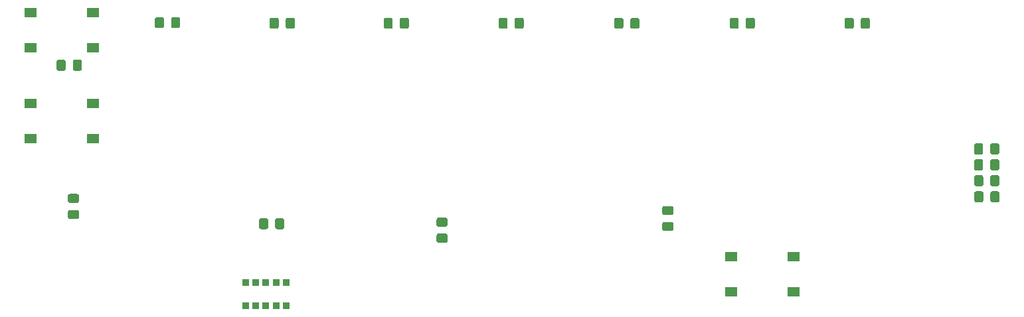
<source format=gbr>
G04 #@! TF.GenerationSoftware,KiCad,Pcbnew,5.1.5+dfsg1-2*
G04 #@! TF.CreationDate,2020-02-18T22:18:07+02:00*
G04 #@! TF.ProjectId,zxkbd,7a786b62-642e-46b6-9963-61645f706362,rev?*
G04 #@! TF.SameCoordinates,Original*
G04 #@! TF.FileFunction,Paste,Bot*
G04 #@! TF.FilePolarity,Positive*
%FSLAX46Y46*%
G04 Gerber Fmt 4.6, Leading zero omitted, Abs format (unit mm)*
G04 Created by KiCad (PCBNEW 5.1.5+dfsg1-2) date 2020-02-18 22:18:07*
%MOMM*%
%LPD*%
G04 APERTURE LIST*
%ADD10C,0.100000*%
%ADD11R,0.900000X0.900000*%
%ADD12R,1.550000X1.300000*%
G04 APERTURE END LIST*
D10*
G36*
X162854505Y-132386204D02*
G01*
X162878773Y-132389804D01*
X162902572Y-132395765D01*
X162925671Y-132404030D01*
X162947850Y-132414520D01*
X162968893Y-132427132D01*
X162988599Y-132441747D01*
X163006777Y-132458223D01*
X163023253Y-132476401D01*
X163037868Y-132496107D01*
X163050480Y-132517150D01*
X163060970Y-132539329D01*
X163069235Y-132562428D01*
X163075196Y-132586227D01*
X163078796Y-132610495D01*
X163080000Y-132634999D01*
X163080000Y-133285001D01*
X163078796Y-133309505D01*
X163075196Y-133333773D01*
X163069235Y-133357572D01*
X163060970Y-133380671D01*
X163050480Y-133402850D01*
X163037868Y-133423893D01*
X163023253Y-133443599D01*
X163006777Y-133461777D01*
X162988599Y-133478253D01*
X162968893Y-133492868D01*
X162947850Y-133505480D01*
X162925671Y-133515970D01*
X162902572Y-133524235D01*
X162878773Y-133530196D01*
X162854505Y-133533796D01*
X162830001Y-133535000D01*
X161929999Y-133535000D01*
X161905495Y-133533796D01*
X161881227Y-133530196D01*
X161857428Y-133524235D01*
X161834329Y-133515970D01*
X161812150Y-133505480D01*
X161791107Y-133492868D01*
X161771401Y-133478253D01*
X161753223Y-133461777D01*
X161736747Y-133443599D01*
X161722132Y-133423893D01*
X161709520Y-133402850D01*
X161699030Y-133380671D01*
X161690765Y-133357572D01*
X161684804Y-133333773D01*
X161681204Y-133309505D01*
X161680000Y-133285001D01*
X161680000Y-132634999D01*
X161681204Y-132610495D01*
X161684804Y-132586227D01*
X161690765Y-132562428D01*
X161699030Y-132539329D01*
X161709520Y-132517150D01*
X161722132Y-132496107D01*
X161736747Y-132476401D01*
X161753223Y-132458223D01*
X161771401Y-132441747D01*
X161791107Y-132427132D01*
X161812150Y-132414520D01*
X161834329Y-132404030D01*
X161857428Y-132395765D01*
X161881227Y-132389804D01*
X161905495Y-132386204D01*
X161929999Y-132385000D01*
X162830001Y-132385000D01*
X162854505Y-132386204D01*
G37*
G36*
X162854505Y-130336204D02*
G01*
X162878773Y-130339804D01*
X162902572Y-130345765D01*
X162925671Y-130354030D01*
X162947850Y-130364520D01*
X162968893Y-130377132D01*
X162988599Y-130391747D01*
X163006777Y-130408223D01*
X163023253Y-130426401D01*
X163037868Y-130446107D01*
X163050480Y-130467150D01*
X163060970Y-130489329D01*
X163069235Y-130512428D01*
X163075196Y-130536227D01*
X163078796Y-130560495D01*
X163080000Y-130584999D01*
X163080000Y-131235001D01*
X163078796Y-131259505D01*
X163075196Y-131283773D01*
X163069235Y-131307572D01*
X163060970Y-131330671D01*
X163050480Y-131352850D01*
X163037868Y-131373893D01*
X163023253Y-131393599D01*
X163006777Y-131411777D01*
X162988599Y-131428253D01*
X162968893Y-131442868D01*
X162947850Y-131455480D01*
X162925671Y-131465970D01*
X162902572Y-131474235D01*
X162878773Y-131480196D01*
X162854505Y-131483796D01*
X162830001Y-131485000D01*
X161929999Y-131485000D01*
X161905495Y-131483796D01*
X161881227Y-131480196D01*
X161857428Y-131474235D01*
X161834329Y-131465970D01*
X161812150Y-131455480D01*
X161791107Y-131442868D01*
X161771401Y-131428253D01*
X161753223Y-131411777D01*
X161736747Y-131393599D01*
X161722132Y-131373893D01*
X161709520Y-131352850D01*
X161699030Y-131330671D01*
X161690765Y-131307572D01*
X161684804Y-131283773D01*
X161681204Y-131259505D01*
X161680000Y-131235001D01*
X161680000Y-130584999D01*
X161681204Y-130560495D01*
X161684804Y-130536227D01*
X161690765Y-130512428D01*
X161699030Y-130489329D01*
X161709520Y-130467150D01*
X161722132Y-130446107D01*
X161736747Y-130426401D01*
X161753223Y-130408223D01*
X161771401Y-130391747D01*
X161791107Y-130377132D01*
X161812150Y-130364520D01*
X161834329Y-130354030D01*
X161857428Y-130345765D01*
X161881227Y-130339804D01*
X161905495Y-130336204D01*
X161929999Y-130335000D01*
X162830001Y-130335000D01*
X162854505Y-130336204D01*
G37*
G36*
X87439505Y-111671204D02*
G01*
X87463773Y-111674804D01*
X87487572Y-111680765D01*
X87510671Y-111689030D01*
X87532850Y-111699520D01*
X87553893Y-111712132D01*
X87573599Y-111726747D01*
X87591777Y-111743223D01*
X87608253Y-111761401D01*
X87622868Y-111781107D01*
X87635480Y-111802150D01*
X87645970Y-111824329D01*
X87654235Y-111847428D01*
X87660196Y-111871227D01*
X87663796Y-111895495D01*
X87665000Y-111919999D01*
X87665000Y-112820001D01*
X87663796Y-112844505D01*
X87660196Y-112868773D01*
X87654235Y-112892572D01*
X87645970Y-112915671D01*
X87635480Y-112937850D01*
X87622868Y-112958893D01*
X87608253Y-112978599D01*
X87591777Y-112996777D01*
X87573599Y-113013253D01*
X87553893Y-113027868D01*
X87532850Y-113040480D01*
X87510671Y-113050970D01*
X87487572Y-113059235D01*
X87463773Y-113065196D01*
X87439505Y-113068796D01*
X87415001Y-113070000D01*
X86764999Y-113070000D01*
X86740495Y-113068796D01*
X86716227Y-113065196D01*
X86692428Y-113059235D01*
X86669329Y-113050970D01*
X86647150Y-113040480D01*
X86626107Y-113027868D01*
X86606401Y-113013253D01*
X86588223Y-112996777D01*
X86571747Y-112978599D01*
X86557132Y-112958893D01*
X86544520Y-112937850D01*
X86534030Y-112915671D01*
X86525765Y-112892572D01*
X86519804Y-112868773D01*
X86516204Y-112844505D01*
X86515000Y-112820001D01*
X86515000Y-111919999D01*
X86516204Y-111895495D01*
X86519804Y-111871227D01*
X86525765Y-111847428D01*
X86534030Y-111824329D01*
X86544520Y-111802150D01*
X86557132Y-111781107D01*
X86571747Y-111761401D01*
X86588223Y-111743223D01*
X86606401Y-111726747D01*
X86626107Y-111712132D01*
X86647150Y-111699520D01*
X86669329Y-111689030D01*
X86692428Y-111680765D01*
X86716227Y-111674804D01*
X86740495Y-111671204D01*
X86764999Y-111670000D01*
X87415001Y-111670000D01*
X87439505Y-111671204D01*
G37*
G36*
X85389505Y-111671204D02*
G01*
X85413773Y-111674804D01*
X85437572Y-111680765D01*
X85460671Y-111689030D01*
X85482850Y-111699520D01*
X85503893Y-111712132D01*
X85523599Y-111726747D01*
X85541777Y-111743223D01*
X85558253Y-111761401D01*
X85572868Y-111781107D01*
X85585480Y-111802150D01*
X85595970Y-111824329D01*
X85604235Y-111847428D01*
X85610196Y-111871227D01*
X85613796Y-111895495D01*
X85615000Y-111919999D01*
X85615000Y-112820001D01*
X85613796Y-112844505D01*
X85610196Y-112868773D01*
X85604235Y-112892572D01*
X85595970Y-112915671D01*
X85585480Y-112937850D01*
X85572868Y-112958893D01*
X85558253Y-112978599D01*
X85541777Y-112996777D01*
X85523599Y-113013253D01*
X85503893Y-113027868D01*
X85482850Y-113040480D01*
X85460671Y-113050970D01*
X85437572Y-113059235D01*
X85413773Y-113065196D01*
X85389505Y-113068796D01*
X85365001Y-113070000D01*
X84714999Y-113070000D01*
X84690495Y-113068796D01*
X84666227Y-113065196D01*
X84642428Y-113059235D01*
X84619329Y-113050970D01*
X84597150Y-113040480D01*
X84576107Y-113027868D01*
X84556401Y-113013253D01*
X84538223Y-112996777D01*
X84521747Y-112978599D01*
X84507132Y-112958893D01*
X84494520Y-112937850D01*
X84484030Y-112915671D01*
X84475765Y-112892572D01*
X84469804Y-112868773D01*
X84466204Y-112844505D01*
X84465000Y-112820001D01*
X84465000Y-111919999D01*
X84466204Y-111895495D01*
X84469804Y-111871227D01*
X84475765Y-111847428D01*
X84484030Y-111824329D01*
X84494520Y-111802150D01*
X84507132Y-111781107D01*
X84521747Y-111761401D01*
X84538223Y-111743223D01*
X84556401Y-111726747D01*
X84576107Y-111712132D01*
X84597150Y-111699520D01*
X84619329Y-111689030D01*
X84642428Y-111680765D01*
X84666227Y-111674804D01*
X84690495Y-111671204D01*
X84714999Y-111670000D01*
X85365001Y-111670000D01*
X85389505Y-111671204D01*
G37*
G36*
X97919505Y-106241204D02*
G01*
X97943773Y-106244804D01*
X97967572Y-106250765D01*
X97990671Y-106259030D01*
X98012850Y-106269520D01*
X98033893Y-106282132D01*
X98053599Y-106296747D01*
X98071777Y-106313223D01*
X98088253Y-106331401D01*
X98102868Y-106351107D01*
X98115480Y-106372150D01*
X98125970Y-106394329D01*
X98134235Y-106417428D01*
X98140196Y-106441227D01*
X98143796Y-106465495D01*
X98145000Y-106489999D01*
X98145000Y-107390001D01*
X98143796Y-107414505D01*
X98140196Y-107438773D01*
X98134235Y-107462572D01*
X98125970Y-107485671D01*
X98115480Y-107507850D01*
X98102868Y-107528893D01*
X98088253Y-107548599D01*
X98071777Y-107566777D01*
X98053599Y-107583253D01*
X98033893Y-107597868D01*
X98012850Y-107610480D01*
X97990671Y-107620970D01*
X97967572Y-107629235D01*
X97943773Y-107635196D01*
X97919505Y-107638796D01*
X97895001Y-107640000D01*
X97244999Y-107640000D01*
X97220495Y-107638796D01*
X97196227Y-107635196D01*
X97172428Y-107629235D01*
X97149329Y-107620970D01*
X97127150Y-107610480D01*
X97106107Y-107597868D01*
X97086401Y-107583253D01*
X97068223Y-107566777D01*
X97051747Y-107548599D01*
X97037132Y-107528893D01*
X97024520Y-107507850D01*
X97014030Y-107485671D01*
X97005765Y-107462572D01*
X96999804Y-107438773D01*
X96996204Y-107414505D01*
X96995000Y-107390001D01*
X96995000Y-106489999D01*
X96996204Y-106465495D01*
X96999804Y-106441227D01*
X97005765Y-106417428D01*
X97014030Y-106394329D01*
X97024520Y-106372150D01*
X97037132Y-106351107D01*
X97051747Y-106331401D01*
X97068223Y-106313223D01*
X97086401Y-106296747D01*
X97106107Y-106282132D01*
X97127150Y-106269520D01*
X97149329Y-106259030D01*
X97172428Y-106250765D01*
X97196227Y-106244804D01*
X97220495Y-106241204D01*
X97244999Y-106240000D01*
X97895001Y-106240000D01*
X97919505Y-106241204D01*
G37*
G36*
X99969505Y-106241204D02*
G01*
X99993773Y-106244804D01*
X100017572Y-106250765D01*
X100040671Y-106259030D01*
X100062850Y-106269520D01*
X100083893Y-106282132D01*
X100103599Y-106296747D01*
X100121777Y-106313223D01*
X100138253Y-106331401D01*
X100152868Y-106351107D01*
X100165480Y-106372150D01*
X100175970Y-106394329D01*
X100184235Y-106417428D01*
X100190196Y-106441227D01*
X100193796Y-106465495D01*
X100195000Y-106489999D01*
X100195000Y-107390001D01*
X100193796Y-107414505D01*
X100190196Y-107438773D01*
X100184235Y-107462572D01*
X100175970Y-107485671D01*
X100165480Y-107507850D01*
X100152868Y-107528893D01*
X100138253Y-107548599D01*
X100121777Y-107566777D01*
X100103599Y-107583253D01*
X100083893Y-107597868D01*
X100062850Y-107610480D01*
X100040671Y-107620970D01*
X100017572Y-107629235D01*
X99993773Y-107635196D01*
X99969505Y-107638796D01*
X99945001Y-107640000D01*
X99294999Y-107640000D01*
X99270495Y-107638796D01*
X99246227Y-107635196D01*
X99222428Y-107629235D01*
X99199329Y-107620970D01*
X99177150Y-107610480D01*
X99156107Y-107597868D01*
X99136401Y-107583253D01*
X99118223Y-107566777D01*
X99101747Y-107548599D01*
X99087132Y-107528893D01*
X99074520Y-107507850D01*
X99064030Y-107485671D01*
X99055765Y-107462572D01*
X99049804Y-107438773D01*
X99046204Y-107414505D01*
X99045000Y-107390001D01*
X99045000Y-106489999D01*
X99046204Y-106465495D01*
X99049804Y-106441227D01*
X99055765Y-106417428D01*
X99064030Y-106394329D01*
X99074520Y-106372150D01*
X99087132Y-106351107D01*
X99101747Y-106331401D01*
X99118223Y-106313223D01*
X99136401Y-106296747D01*
X99156107Y-106282132D01*
X99177150Y-106269520D01*
X99199329Y-106259030D01*
X99222428Y-106250765D01*
X99246227Y-106244804D01*
X99270495Y-106241204D01*
X99294999Y-106240000D01*
X99945001Y-106240000D01*
X99969505Y-106241204D01*
G37*
G36*
X114599505Y-106311204D02*
G01*
X114623773Y-106314804D01*
X114647572Y-106320765D01*
X114670671Y-106329030D01*
X114692850Y-106339520D01*
X114713893Y-106352132D01*
X114733599Y-106366747D01*
X114751777Y-106383223D01*
X114768253Y-106401401D01*
X114782868Y-106421107D01*
X114795480Y-106442150D01*
X114805970Y-106464329D01*
X114814235Y-106487428D01*
X114820196Y-106511227D01*
X114823796Y-106535495D01*
X114825000Y-106559999D01*
X114825000Y-107460001D01*
X114823796Y-107484505D01*
X114820196Y-107508773D01*
X114814235Y-107532572D01*
X114805970Y-107555671D01*
X114795480Y-107577850D01*
X114782868Y-107598893D01*
X114768253Y-107618599D01*
X114751777Y-107636777D01*
X114733599Y-107653253D01*
X114713893Y-107667868D01*
X114692850Y-107680480D01*
X114670671Y-107690970D01*
X114647572Y-107699235D01*
X114623773Y-107705196D01*
X114599505Y-107708796D01*
X114575001Y-107710000D01*
X113924999Y-107710000D01*
X113900495Y-107708796D01*
X113876227Y-107705196D01*
X113852428Y-107699235D01*
X113829329Y-107690970D01*
X113807150Y-107680480D01*
X113786107Y-107667868D01*
X113766401Y-107653253D01*
X113748223Y-107636777D01*
X113731747Y-107618599D01*
X113717132Y-107598893D01*
X113704520Y-107577850D01*
X113694030Y-107555671D01*
X113685765Y-107532572D01*
X113679804Y-107508773D01*
X113676204Y-107484505D01*
X113675000Y-107460001D01*
X113675000Y-106559999D01*
X113676204Y-106535495D01*
X113679804Y-106511227D01*
X113685765Y-106487428D01*
X113694030Y-106464329D01*
X113704520Y-106442150D01*
X113717132Y-106421107D01*
X113731747Y-106401401D01*
X113748223Y-106383223D01*
X113766401Y-106366747D01*
X113786107Y-106352132D01*
X113807150Y-106339520D01*
X113829329Y-106329030D01*
X113852428Y-106320765D01*
X113876227Y-106314804D01*
X113900495Y-106311204D01*
X113924999Y-106310000D01*
X114575001Y-106310000D01*
X114599505Y-106311204D01*
G37*
G36*
X112549505Y-106311204D02*
G01*
X112573773Y-106314804D01*
X112597572Y-106320765D01*
X112620671Y-106329030D01*
X112642850Y-106339520D01*
X112663893Y-106352132D01*
X112683599Y-106366747D01*
X112701777Y-106383223D01*
X112718253Y-106401401D01*
X112732868Y-106421107D01*
X112745480Y-106442150D01*
X112755970Y-106464329D01*
X112764235Y-106487428D01*
X112770196Y-106511227D01*
X112773796Y-106535495D01*
X112775000Y-106559999D01*
X112775000Y-107460001D01*
X112773796Y-107484505D01*
X112770196Y-107508773D01*
X112764235Y-107532572D01*
X112755970Y-107555671D01*
X112745480Y-107577850D01*
X112732868Y-107598893D01*
X112718253Y-107618599D01*
X112701777Y-107636777D01*
X112683599Y-107653253D01*
X112663893Y-107667868D01*
X112642850Y-107680480D01*
X112620671Y-107690970D01*
X112597572Y-107699235D01*
X112573773Y-107705196D01*
X112549505Y-107708796D01*
X112525001Y-107710000D01*
X111874999Y-107710000D01*
X111850495Y-107708796D01*
X111826227Y-107705196D01*
X111802428Y-107699235D01*
X111779329Y-107690970D01*
X111757150Y-107680480D01*
X111736107Y-107667868D01*
X111716401Y-107653253D01*
X111698223Y-107636777D01*
X111681747Y-107618599D01*
X111667132Y-107598893D01*
X111654520Y-107577850D01*
X111644030Y-107555671D01*
X111635765Y-107532572D01*
X111629804Y-107508773D01*
X111626204Y-107484505D01*
X111625000Y-107460001D01*
X111625000Y-106559999D01*
X111626204Y-106535495D01*
X111629804Y-106511227D01*
X111635765Y-106487428D01*
X111644030Y-106464329D01*
X111654520Y-106442150D01*
X111667132Y-106421107D01*
X111681747Y-106401401D01*
X111698223Y-106383223D01*
X111716401Y-106366747D01*
X111736107Y-106352132D01*
X111757150Y-106339520D01*
X111779329Y-106329030D01*
X111802428Y-106320765D01*
X111826227Y-106314804D01*
X111850495Y-106311204D01*
X111874999Y-106310000D01*
X112525001Y-106310000D01*
X112549505Y-106311204D01*
G37*
G36*
X127089505Y-106301204D02*
G01*
X127113773Y-106304804D01*
X127137572Y-106310765D01*
X127160671Y-106319030D01*
X127182850Y-106329520D01*
X127203893Y-106342132D01*
X127223599Y-106356747D01*
X127241777Y-106373223D01*
X127258253Y-106391401D01*
X127272868Y-106411107D01*
X127285480Y-106432150D01*
X127295970Y-106454329D01*
X127304235Y-106477428D01*
X127310196Y-106501227D01*
X127313796Y-106525495D01*
X127315000Y-106549999D01*
X127315000Y-107450001D01*
X127313796Y-107474505D01*
X127310196Y-107498773D01*
X127304235Y-107522572D01*
X127295970Y-107545671D01*
X127285480Y-107567850D01*
X127272868Y-107588893D01*
X127258253Y-107608599D01*
X127241777Y-107626777D01*
X127223599Y-107643253D01*
X127203893Y-107657868D01*
X127182850Y-107670480D01*
X127160671Y-107680970D01*
X127137572Y-107689235D01*
X127113773Y-107695196D01*
X127089505Y-107698796D01*
X127065001Y-107700000D01*
X126414999Y-107700000D01*
X126390495Y-107698796D01*
X126366227Y-107695196D01*
X126342428Y-107689235D01*
X126319329Y-107680970D01*
X126297150Y-107670480D01*
X126276107Y-107657868D01*
X126256401Y-107643253D01*
X126238223Y-107626777D01*
X126221747Y-107608599D01*
X126207132Y-107588893D01*
X126194520Y-107567850D01*
X126184030Y-107545671D01*
X126175765Y-107522572D01*
X126169804Y-107498773D01*
X126166204Y-107474505D01*
X126165000Y-107450001D01*
X126165000Y-106549999D01*
X126166204Y-106525495D01*
X126169804Y-106501227D01*
X126175765Y-106477428D01*
X126184030Y-106454329D01*
X126194520Y-106432150D01*
X126207132Y-106411107D01*
X126221747Y-106391401D01*
X126238223Y-106373223D01*
X126256401Y-106356747D01*
X126276107Y-106342132D01*
X126297150Y-106329520D01*
X126319329Y-106319030D01*
X126342428Y-106310765D01*
X126366227Y-106304804D01*
X126390495Y-106301204D01*
X126414999Y-106300000D01*
X127065001Y-106300000D01*
X127089505Y-106301204D01*
G37*
G36*
X129139505Y-106301204D02*
G01*
X129163773Y-106304804D01*
X129187572Y-106310765D01*
X129210671Y-106319030D01*
X129232850Y-106329520D01*
X129253893Y-106342132D01*
X129273599Y-106356747D01*
X129291777Y-106373223D01*
X129308253Y-106391401D01*
X129322868Y-106411107D01*
X129335480Y-106432150D01*
X129345970Y-106454329D01*
X129354235Y-106477428D01*
X129360196Y-106501227D01*
X129363796Y-106525495D01*
X129365000Y-106549999D01*
X129365000Y-107450001D01*
X129363796Y-107474505D01*
X129360196Y-107498773D01*
X129354235Y-107522572D01*
X129345970Y-107545671D01*
X129335480Y-107567850D01*
X129322868Y-107588893D01*
X129308253Y-107608599D01*
X129291777Y-107626777D01*
X129273599Y-107643253D01*
X129253893Y-107657868D01*
X129232850Y-107670480D01*
X129210671Y-107680970D01*
X129187572Y-107689235D01*
X129163773Y-107695196D01*
X129139505Y-107698796D01*
X129115001Y-107700000D01*
X128464999Y-107700000D01*
X128440495Y-107698796D01*
X128416227Y-107695196D01*
X128392428Y-107689235D01*
X128369329Y-107680970D01*
X128347150Y-107670480D01*
X128326107Y-107657868D01*
X128306401Y-107643253D01*
X128288223Y-107626777D01*
X128271747Y-107608599D01*
X128257132Y-107588893D01*
X128244520Y-107567850D01*
X128234030Y-107545671D01*
X128225765Y-107522572D01*
X128219804Y-107498773D01*
X128216204Y-107474505D01*
X128215000Y-107450001D01*
X128215000Y-106549999D01*
X128216204Y-106525495D01*
X128219804Y-106501227D01*
X128225765Y-106477428D01*
X128234030Y-106454329D01*
X128244520Y-106432150D01*
X128257132Y-106411107D01*
X128271747Y-106391401D01*
X128288223Y-106373223D01*
X128306401Y-106356747D01*
X128326107Y-106342132D01*
X128347150Y-106329520D01*
X128369329Y-106319030D01*
X128392428Y-106310765D01*
X128416227Y-106304804D01*
X128440495Y-106301204D01*
X128464999Y-106300000D01*
X129115001Y-106300000D01*
X129139505Y-106301204D01*
G37*
G36*
X141739505Y-106301204D02*
G01*
X141763773Y-106304804D01*
X141787572Y-106310765D01*
X141810671Y-106319030D01*
X141832850Y-106329520D01*
X141853893Y-106342132D01*
X141873599Y-106356747D01*
X141891777Y-106373223D01*
X141908253Y-106391401D01*
X141922868Y-106411107D01*
X141935480Y-106432150D01*
X141945970Y-106454329D01*
X141954235Y-106477428D01*
X141960196Y-106501227D01*
X141963796Y-106525495D01*
X141965000Y-106549999D01*
X141965000Y-107450001D01*
X141963796Y-107474505D01*
X141960196Y-107498773D01*
X141954235Y-107522572D01*
X141945970Y-107545671D01*
X141935480Y-107567850D01*
X141922868Y-107588893D01*
X141908253Y-107608599D01*
X141891777Y-107626777D01*
X141873599Y-107643253D01*
X141853893Y-107657868D01*
X141832850Y-107670480D01*
X141810671Y-107680970D01*
X141787572Y-107689235D01*
X141763773Y-107695196D01*
X141739505Y-107698796D01*
X141715001Y-107700000D01*
X141064999Y-107700000D01*
X141040495Y-107698796D01*
X141016227Y-107695196D01*
X140992428Y-107689235D01*
X140969329Y-107680970D01*
X140947150Y-107670480D01*
X140926107Y-107657868D01*
X140906401Y-107643253D01*
X140888223Y-107626777D01*
X140871747Y-107608599D01*
X140857132Y-107588893D01*
X140844520Y-107567850D01*
X140834030Y-107545671D01*
X140825765Y-107522572D01*
X140819804Y-107498773D01*
X140816204Y-107474505D01*
X140815000Y-107450001D01*
X140815000Y-106549999D01*
X140816204Y-106525495D01*
X140819804Y-106501227D01*
X140825765Y-106477428D01*
X140834030Y-106454329D01*
X140844520Y-106432150D01*
X140857132Y-106411107D01*
X140871747Y-106391401D01*
X140888223Y-106373223D01*
X140906401Y-106356747D01*
X140926107Y-106342132D01*
X140947150Y-106329520D01*
X140969329Y-106319030D01*
X140992428Y-106310765D01*
X141016227Y-106304804D01*
X141040495Y-106301204D01*
X141064999Y-106300000D01*
X141715001Y-106300000D01*
X141739505Y-106301204D01*
G37*
G36*
X143789505Y-106301204D02*
G01*
X143813773Y-106304804D01*
X143837572Y-106310765D01*
X143860671Y-106319030D01*
X143882850Y-106329520D01*
X143903893Y-106342132D01*
X143923599Y-106356747D01*
X143941777Y-106373223D01*
X143958253Y-106391401D01*
X143972868Y-106411107D01*
X143985480Y-106432150D01*
X143995970Y-106454329D01*
X144004235Y-106477428D01*
X144010196Y-106501227D01*
X144013796Y-106525495D01*
X144015000Y-106549999D01*
X144015000Y-107450001D01*
X144013796Y-107474505D01*
X144010196Y-107498773D01*
X144004235Y-107522572D01*
X143995970Y-107545671D01*
X143985480Y-107567850D01*
X143972868Y-107588893D01*
X143958253Y-107608599D01*
X143941777Y-107626777D01*
X143923599Y-107643253D01*
X143903893Y-107657868D01*
X143882850Y-107670480D01*
X143860671Y-107680970D01*
X143837572Y-107689235D01*
X143813773Y-107695196D01*
X143789505Y-107698796D01*
X143765001Y-107700000D01*
X143114999Y-107700000D01*
X143090495Y-107698796D01*
X143066227Y-107695196D01*
X143042428Y-107689235D01*
X143019329Y-107680970D01*
X142997150Y-107670480D01*
X142976107Y-107657868D01*
X142956401Y-107643253D01*
X142938223Y-107626777D01*
X142921747Y-107608599D01*
X142907132Y-107588893D01*
X142894520Y-107567850D01*
X142884030Y-107545671D01*
X142875765Y-107522572D01*
X142869804Y-107498773D01*
X142866204Y-107474505D01*
X142865000Y-107450001D01*
X142865000Y-106549999D01*
X142866204Y-106525495D01*
X142869804Y-106501227D01*
X142875765Y-106477428D01*
X142884030Y-106454329D01*
X142894520Y-106432150D01*
X142907132Y-106411107D01*
X142921747Y-106391401D01*
X142938223Y-106373223D01*
X142956401Y-106356747D01*
X142976107Y-106342132D01*
X142997150Y-106329520D01*
X143019329Y-106319030D01*
X143042428Y-106310765D01*
X143066227Y-106304804D01*
X143090495Y-106301204D01*
X143114999Y-106300000D01*
X143765001Y-106300000D01*
X143789505Y-106301204D01*
G37*
G36*
X156479505Y-106321204D02*
G01*
X156503773Y-106324804D01*
X156527572Y-106330765D01*
X156550671Y-106339030D01*
X156572850Y-106349520D01*
X156593893Y-106362132D01*
X156613599Y-106376747D01*
X156631777Y-106393223D01*
X156648253Y-106411401D01*
X156662868Y-106431107D01*
X156675480Y-106452150D01*
X156685970Y-106474329D01*
X156694235Y-106497428D01*
X156700196Y-106521227D01*
X156703796Y-106545495D01*
X156705000Y-106569999D01*
X156705000Y-107470001D01*
X156703796Y-107494505D01*
X156700196Y-107518773D01*
X156694235Y-107542572D01*
X156685970Y-107565671D01*
X156675480Y-107587850D01*
X156662868Y-107608893D01*
X156648253Y-107628599D01*
X156631777Y-107646777D01*
X156613599Y-107663253D01*
X156593893Y-107677868D01*
X156572850Y-107690480D01*
X156550671Y-107700970D01*
X156527572Y-107709235D01*
X156503773Y-107715196D01*
X156479505Y-107718796D01*
X156455001Y-107720000D01*
X155804999Y-107720000D01*
X155780495Y-107718796D01*
X155756227Y-107715196D01*
X155732428Y-107709235D01*
X155709329Y-107700970D01*
X155687150Y-107690480D01*
X155666107Y-107677868D01*
X155646401Y-107663253D01*
X155628223Y-107646777D01*
X155611747Y-107628599D01*
X155597132Y-107608893D01*
X155584520Y-107587850D01*
X155574030Y-107565671D01*
X155565765Y-107542572D01*
X155559804Y-107518773D01*
X155556204Y-107494505D01*
X155555000Y-107470001D01*
X155555000Y-106569999D01*
X155556204Y-106545495D01*
X155559804Y-106521227D01*
X155565765Y-106497428D01*
X155574030Y-106474329D01*
X155584520Y-106452150D01*
X155597132Y-106431107D01*
X155611747Y-106411401D01*
X155628223Y-106393223D01*
X155646401Y-106376747D01*
X155666107Y-106362132D01*
X155687150Y-106349520D01*
X155709329Y-106339030D01*
X155732428Y-106330765D01*
X155756227Y-106324804D01*
X155780495Y-106321204D01*
X155804999Y-106320000D01*
X156455001Y-106320000D01*
X156479505Y-106321204D01*
G37*
G36*
X158529505Y-106321204D02*
G01*
X158553773Y-106324804D01*
X158577572Y-106330765D01*
X158600671Y-106339030D01*
X158622850Y-106349520D01*
X158643893Y-106362132D01*
X158663599Y-106376747D01*
X158681777Y-106393223D01*
X158698253Y-106411401D01*
X158712868Y-106431107D01*
X158725480Y-106452150D01*
X158735970Y-106474329D01*
X158744235Y-106497428D01*
X158750196Y-106521227D01*
X158753796Y-106545495D01*
X158755000Y-106569999D01*
X158755000Y-107470001D01*
X158753796Y-107494505D01*
X158750196Y-107518773D01*
X158744235Y-107542572D01*
X158735970Y-107565671D01*
X158725480Y-107587850D01*
X158712868Y-107608893D01*
X158698253Y-107628599D01*
X158681777Y-107646777D01*
X158663599Y-107663253D01*
X158643893Y-107677868D01*
X158622850Y-107690480D01*
X158600671Y-107700970D01*
X158577572Y-107709235D01*
X158553773Y-107715196D01*
X158529505Y-107718796D01*
X158505001Y-107720000D01*
X157854999Y-107720000D01*
X157830495Y-107718796D01*
X157806227Y-107715196D01*
X157782428Y-107709235D01*
X157759329Y-107700970D01*
X157737150Y-107690480D01*
X157716107Y-107677868D01*
X157696401Y-107663253D01*
X157678223Y-107646777D01*
X157661747Y-107628599D01*
X157647132Y-107608893D01*
X157634520Y-107587850D01*
X157624030Y-107565671D01*
X157615765Y-107542572D01*
X157609804Y-107518773D01*
X157606204Y-107494505D01*
X157605000Y-107470001D01*
X157605000Y-106569999D01*
X157606204Y-106545495D01*
X157609804Y-106521227D01*
X157615765Y-106497428D01*
X157624030Y-106474329D01*
X157634520Y-106452150D01*
X157647132Y-106431107D01*
X157661747Y-106411401D01*
X157678223Y-106393223D01*
X157696401Y-106376747D01*
X157716107Y-106362132D01*
X157737150Y-106349520D01*
X157759329Y-106339030D01*
X157782428Y-106330765D01*
X157806227Y-106324804D01*
X157830495Y-106321204D01*
X157854999Y-106320000D01*
X158505001Y-106320000D01*
X158529505Y-106321204D01*
G37*
G36*
X173254505Y-106301204D02*
G01*
X173278773Y-106304804D01*
X173302572Y-106310765D01*
X173325671Y-106319030D01*
X173347850Y-106329520D01*
X173368893Y-106342132D01*
X173388599Y-106356747D01*
X173406777Y-106373223D01*
X173423253Y-106391401D01*
X173437868Y-106411107D01*
X173450480Y-106432150D01*
X173460970Y-106454329D01*
X173469235Y-106477428D01*
X173475196Y-106501227D01*
X173478796Y-106525495D01*
X173480000Y-106549999D01*
X173480000Y-107450001D01*
X173478796Y-107474505D01*
X173475196Y-107498773D01*
X173469235Y-107522572D01*
X173460970Y-107545671D01*
X173450480Y-107567850D01*
X173437868Y-107588893D01*
X173423253Y-107608599D01*
X173406777Y-107626777D01*
X173388599Y-107643253D01*
X173368893Y-107657868D01*
X173347850Y-107670480D01*
X173325671Y-107680970D01*
X173302572Y-107689235D01*
X173278773Y-107695196D01*
X173254505Y-107698796D01*
X173230001Y-107700000D01*
X172579999Y-107700000D01*
X172555495Y-107698796D01*
X172531227Y-107695196D01*
X172507428Y-107689235D01*
X172484329Y-107680970D01*
X172462150Y-107670480D01*
X172441107Y-107657868D01*
X172421401Y-107643253D01*
X172403223Y-107626777D01*
X172386747Y-107608599D01*
X172372132Y-107588893D01*
X172359520Y-107567850D01*
X172349030Y-107545671D01*
X172340765Y-107522572D01*
X172334804Y-107498773D01*
X172331204Y-107474505D01*
X172330000Y-107450001D01*
X172330000Y-106549999D01*
X172331204Y-106525495D01*
X172334804Y-106501227D01*
X172340765Y-106477428D01*
X172349030Y-106454329D01*
X172359520Y-106432150D01*
X172372132Y-106411107D01*
X172386747Y-106391401D01*
X172403223Y-106373223D01*
X172421401Y-106356747D01*
X172441107Y-106342132D01*
X172462150Y-106329520D01*
X172484329Y-106319030D01*
X172507428Y-106310765D01*
X172531227Y-106304804D01*
X172555495Y-106301204D01*
X172579999Y-106300000D01*
X173230001Y-106300000D01*
X173254505Y-106301204D01*
G37*
G36*
X171204505Y-106301204D02*
G01*
X171228773Y-106304804D01*
X171252572Y-106310765D01*
X171275671Y-106319030D01*
X171297850Y-106329520D01*
X171318893Y-106342132D01*
X171338599Y-106356747D01*
X171356777Y-106373223D01*
X171373253Y-106391401D01*
X171387868Y-106411107D01*
X171400480Y-106432150D01*
X171410970Y-106454329D01*
X171419235Y-106477428D01*
X171425196Y-106501227D01*
X171428796Y-106525495D01*
X171430000Y-106549999D01*
X171430000Y-107450001D01*
X171428796Y-107474505D01*
X171425196Y-107498773D01*
X171419235Y-107522572D01*
X171410970Y-107545671D01*
X171400480Y-107567850D01*
X171387868Y-107588893D01*
X171373253Y-107608599D01*
X171356777Y-107626777D01*
X171338599Y-107643253D01*
X171318893Y-107657868D01*
X171297850Y-107670480D01*
X171275671Y-107680970D01*
X171252572Y-107689235D01*
X171228773Y-107695196D01*
X171204505Y-107698796D01*
X171180001Y-107700000D01*
X170529999Y-107700000D01*
X170505495Y-107698796D01*
X170481227Y-107695196D01*
X170457428Y-107689235D01*
X170434329Y-107680970D01*
X170412150Y-107670480D01*
X170391107Y-107657868D01*
X170371401Y-107643253D01*
X170353223Y-107626777D01*
X170336747Y-107608599D01*
X170322132Y-107588893D01*
X170309520Y-107567850D01*
X170299030Y-107545671D01*
X170290765Y-107522572D01*
X170284804Y-107498773D01*
X170281204Y-107474505D01*
X170280000Y-107450001D01*
X170280000Y-106549999D01*
X170281204Y-106525495D01*
X170284804Y-106501227D01*
X170290765Y-106477428D01*
X170299030Y-106454329D01*
X170309520Y-106432150D01*
X170322132Y-106411107D01*
X170336747Y-106391401D01*
X170353223Y-106373223D01*
X170371401Y-106356747D01*
X170391107Y-106342132D01*
X170412150Y-106329520D01*
X170434329Y-106319030D01*
X170457428Y-106310765D01*
X170481227Y-106304804D01*
X170505495Y-106301204D01*
X170529999Y-106300000D01*
X171180001Y-106300000D01*
X171204505Y-106301204D01*
G37*
G36*
X185859505Y-106311204D02*
G01*
X185883773Y-106314804D01*
X185907572Y-106320765D01*
X185930671Y-106329030D01*
X185952850Y-106339520D01*
X185973893Y-106352132D01*
X185993599Y-106366747D01*
X186011777Y-106383223D01*
X186028253Y-106401401D01*
X186042868Y-106421107D01*
X186055480Y-106442150D01*
X186065970Y-106464329D01*
X186074235Y-106487428D01*
X186080196Y-106511227D01*
X186083796Y-106535495D01*
X186085000Y-106559999D01*
X186085000Y-107460001D01*
X186083796Y-107484505D01*
X186080196Y-107508773D01*
X186074235Y-107532572D01*
X186065970Y-107555671D01*
X186055480Y-107577850D01*
X186042868Y-107598893D01*
X186028253Y-107618599D01*
X186011777Y-107636777D01*
X185993599Y-107653253D01*
X185973893Y-107667868D01*
X185952850Y-107680480D01*
X185930671Y-107690970D01*
X185907572Y-107699235D01*
X185883773Y-107705196D01*
X185859505Y-107708796D01*
X185835001Y-107710000D01*
X185184999Y-107710000D01*
X185160495Y-107708796D01*
X185136227Y-107705196D01*
X185112428Y-107699235D01*
X185089329Y-107690970D01*
X185067150Y-107680480D01*
X185046107Y-107667868D01*
X185026401Y-107653253D01*
X185008223Y-107636777D01*
X184991747Y-107618599D01*
X184977132Y-107598893D01*
X184964520Y-107577850D01*
X184954030Y-107555671D01*
X184945765Y-107532572D01*
X184939804Y-107508773D01*
X184936204Y-107484505D01*
X184935000Y-107460001D01*
X184935000Y-106559999D01*
X184936204Y-106535495D01*
X184939804Y-106511227D01*
X184945765Y-106487428D01*
X184954030Y-106464329D01*
X184964520Y-106442150D01*
X184977132Y-106421107D01*
X184991747Y-106401401D01*
X185008223Y-106383223D01*
X185026401Y-106366747D01*
X185046107Y-106352132D01*
X185067150Y-106339520D01*
X185089329Y-106329030D01*
X185112428Y-106320765D01*
X185136227Y-106314804D01*
X185160495Y-106311204D01*
X185184999Y-106310000D01*
X185835001Y-106310000D01*
X185859505Y-106311204D01*
G37*
G36*
X187909505Y-106311204D02*
G01*
X187933773Y-106314804D01*
X187957572Y-106320765D01*
X187980671Y-106329030D01*
X188002850Y-106339520D01*
X188023893Y-106352132D01*
X188043599Y-106366747D01*
X188061777Y-106383223D01*
X188078253Y-106401401D01*
X188092868Y-106421107D01*
X188105480Y-106442150D01*
X188115970Y-106464329D01*
X188124235Y-106487428D01*
X188130196Y-106511227D01*
X188133796Y-106535495D01*
X188135000Y-106559999D01*
X188135000Y-107460001D01*
X188133796Y-107484505D01*
X188130196Y-107508773D01*
X188124235Y-107532572D01*
X188115970Y-107555671D01*
X188105480Y-107577850D01*
X188092868Y-107598893D01*
X188078253Y-107618599D01*
X188061777Y-107636777D01*
X188043599Y-107653253D01*
X188023893Y-107667868D01*
X188002850Y-107680480D01*
X187980671Y-107690970D01*
X187957572Y-107699235D01*
X187933773Y-107705196D01*
X187909505Y-107708796D01*
X187885001Y-107710000D01*
X187234999Y-107710000D01*
X187210495Y-107708796D01*
X187186227Y-107705196D01*
X187162428Y-107699235D01*
X187139329Y-107690970D01*
X187117150Y-107680480D01*
X187096107Y-107667868D01*
X187076401Y-107653253D01*
X187058223Y-107636777D01*
X187041747Y-107618599D01*
X187027132Y-107598893D01*
X187014520Y-107577850D01*
X187004030Y-107555671D01*
X186995765Y-107532572D01*
X186989804Y-107508773D01*
X186986204Y-107484505D01*
X186985000Y-107460001D01*
X186985000Y-106559999D01*
X186986204Y-106535495D01*
X186989804Y-106511227D01*
X186995765Y-106487428D01*
X187004030Y-106464329D01*
X187014520Y-106442150D01*
X187027132Y-106421107D01*
X187041747Y-106401401D01*
X187058223Y-106383223D01*
X187076401Y-106366747D01*
X187096107Y-106352132D01*
X187117150Y-106339520D01*
X187139329Y-106329030D01*
X187162428Y-106320765D01*
X187186227Y-106314804D01*
X187210495Y-106311204D01*
X187234999Y-106310000D01*
X187885001Y-106310000D01*
X187909505Y-106311204D01*
G37*
G36*
X204439505Y-128471204D02*
G01*
X204463773Y-128474804D01*
X204487572Y-128480765D01*
X204510671Y-128489030D01*
X204532850Y-128499520D01*
X204553893Y-128512132D01*
X204573599Y-128526747D01*
X204591777Y-128543223D01*
X204608253Y-128561401D01*
X204622868Y-128581107D01*
X204635480Y-128602150D01*
X204645970Y-128624329D01*
X204654235Y-128647428D01*
X204660196Y-128671227D01*
X204663796Y-128695495D01*
X204665000Y-128719999D01*
X204665000Y-129620001D01*
X204663796Y-129644505D01*
X204660196Y-129668773D01*
X204654235Y-129692572D01*
X204645970Y-129715671D01*
X204635480Y-129737850D01*
X204622868Y-129758893D01*
X204608253Y-129778599D01*
X204591777Y-129796777D01*
X204573599Y-129813253D01*
X204553893Y-129827868D01*
X204532850Y-129840480D01*
X204510671Y-129850970D01*
X204487572Y-129859235D01*
X204463773Y-129865196D01*
X204439505Y-129868796D01*
X204415001Y-129870000D01*
X203764999Y-129870000D01*
X203740495Y-129868796D01*
X203716227Y-129865196D01*
X203692428Y-129859235D01*
X203669329Y-129850970D01*
X203647150Y-129840480D01*
X203626107Y-129827868D01*
X203606401Y-129813253D01*
X203588223Y-129796777D01*
X203571747Y-129778599D01*
X203557132Y-129758893D01*
X203544520Y-129737850D01*
X203534030Y-129715671D01*
X203525765Y-129692572D01*
X203519804Y-129668773D01*
X203516204Y-129644505D01*
X203515000Y-129620001D01*
X203515000Y-128719999D01*
X203516204Y-128695495D01*
X203519804Y-128671227D01*
X203525765Y-128647428D01*
X203534030Y-128624329D01*
X203544520Y-128602150D01*
X203557132Y-128581107D01*
X203571747Y-128561401D01*
X203588223Y-128543223D01*
X203606401Y-128526747D01*
X203626107Y-128512132D01*
X203647150Y-128499520D01*
X203669329Y-128489030D01*
X203692428Y-128480765D01*
X203716227Y-128474804D01*
X203740495Y-128471204D01*
X203764999Y-128470000D01*
X204415001Y-128470000D01*
X204439505Y-128471204D01*
G37*
G36*
X202389505Y-128471204D02*
G01*
X202413773Y-128474804D01*
X202437572Y-128480765D01*
X202460671Y-128489030D01*
X202482850Y-128499520D01*
X202503893Y-128512132D01*
X202523599Y-128526747D01*
X202541777Y-128543223D01*
X202558253Y-128561401D01*
X202572868Y-128581107D01*
X202585480Y-128602150D01*
X202595970Y-128624329D01*
X202604235Y-128647428D01*
X202610196Y-128671227D01*
X202613796Y-128695495D01*
X202615000Y-128719999D01*
X202615000Y-129620001D01*
X202613796Y-129644505D01*
X202610196Y-129668773D01*
X202604235Y-129692572D01*
X202595970Y-129715671D01*
X202585480Y-129737850D01*
X202572868Y-129758893D01*
X202558253Y-129778599D01*
X202541777Y-129796777D01*
X202523599Y-129813253D01*
X202503893Y-129827868D01*
X202482850Y-129840480D01*
X202460671Y-129850970D01*
X202437572Y-129859235D01*
X202413773Y-129865196D01*
X202389505Y-129868796D01*
X202365001Y-129870000D01*
X201714999Y-129870000D01*
X201690495Y-129868796D01*
X201666227Y-129865196D01*
X201642428Y-129859235D01*
X201619329Y-129850970D01*
X201597150Y-129840480D01*
X201576107Y-129827868D01*
X201556401Y-129813253D01*
X201538223Y-129796777D01*
X201521747Y-129778599D01*
X201507132Y-129758893D01*
X201494520Y-129737850D01*
X201484030Y-129715671D01*
X201475765Y-129692572D01*
X201469804Y-129668773D01*
X201466204Y-129644505D01*
X201465000Y-129620001D01*
X201465000Y-128719999D01*
X201466204Y-128695495D01*
X201469804Y-128671227D01*
X201475765Y-128647428D01*
X201484030Y-128624329D01*
X201494520Y-128602150D01*
X201507132Y-128581107D01*
X201521747Y-128561401D01*
X201538223Y-128543223D01*
X201556401Y-128526747D01*
X201576107Y-128512132D01*
X201597150Y-128499520D01*
X201619329Y-128489030D01*
X201642428Y-128480765D01*
X201666227Y-128474804D01*
X201690495Y-128471204D01*
X201714999Y-128470000D01*
X202365001Y-128470000D01*
X202389505Y-128471204D01*
G37*
G36*
X202359505Y-124381204D02*
G01*
X202383773Y-124384804D01*
X202407572Y-124390765D01*
X202430671Y-124399030D01*
X202452850Y-124409520D01*
X202473893Y-124422132D01*
X202493599Y-124436747D01*
X202511777Y-124453223D01*
X202528253Y-124471401D01*
X202542868Y-124491107D01*
X202555480Y-124512150D01*
X202565970Y-124534329D01*
X202574235Y-124557428D01*
X202580196Y-124581227D01*
X202583796Y-124605495D01*
X202585000Y-124629999D01*
X202585000Y-125530001D01*
X202583796Y-125554505D01*
X202580196Y-125578773D01*
X202574235Y-125602572D01*
X202565970Y-125625671D01*
X202555480Y-125647850D01*
X202542868Y-125668893D01*
X202528253Y-125688599D01*
X202511777Y-125706777D01*
X202493599Y-125723253D01*
X202473893Y-125737868D01*
X202452850Y-125750480D01*
X202430671Y-125760970D01*
X202407572Y-125769235D01*
X202383773Y-125775196D01*
X202359505Y-125778796D01*
X202335001Y-125780000D01*
X201684999Y-125780000D01*
X201660495Y-125778796D01*
X201636227Y-125775196D01*
X201612428Y-125769235D01*
X201589329Y-125760970D01*
X201567150Y-125750480D01*
X201546107Y-125737868D01*
X201526401Y-125723253D01*
X201508223Y-125706777D01*
X201491747Y-125688599D01*
X201477132Y-125668893D01*
X201464520Y-125647850D01*
X201454030Y-125625671D01*
X201445765Y-125602572D01*
X201439804Y-125578773D01*
X201436204Y-125554505D01*
X201435000Y-125530001D01*
X201435000Y-124629999D01*
X201436204Y-124605495D01*
X201439804Y-124581227D01*
X201445765Y-124557428D01*
X201454030Y-124534329D01*
X201464520Y-124512150D01*
X201477132Y-124491107D01*
X201491747Y-124471401D01*
X201508223Y-124453223D01*
X201526401Y-124436747D01*
X201546107Y-124422132D01*
X201567150Y-124409520D01*
X201589329Y-124399030D01*
X201612428Y-124390765D01*
X201636227Y-124384804D01*
X201660495Y-124381204D01*
X201684999Y-124380000D01*
X202335001Y-124380000D01*
X202359505Y-124381204D01*
G37*
G36*
X204409505Y-124381204D02*
G01*
X204433773Y-124384804D01*
X204457572Y-124390765D01*
X204480671Y-124399030D01*
X204502850Y-124409520D01*
X204523893Y-124422132D01*
X204543599Y-124436747D01*
X204561777Y-124453223D01*
X204578253Y-124471401D01*
X204592868Y-124491107D01*
X204605480Y-124512150D01*
X204615970Y-124534329D01*
X204624235Y-124557428D01*
X204630196Y-124581227D01*
X204633796Y-124605495D01*
X204635000Y-124629999D01*
X204635000Y-125530001D01*
X204633796Y-125554505D01*
X204630196Y-125578773D01*
X204624235Y-125602572D01*
X204615970Y-125625671D01*
X204605480Y-125647850D01*
X204592868Y-125668893D01*
X204578253Y-125688599D01*
X204561777Y-125706777D01*
X204543599Y-125723253D01*
X204523893Y-125737868D01*
X204502850Y-125750480D01*
X204480671Y-125760970D01*
X204457572Y-125769235D01*
X204433773Y-125775196D01*
X204409505Y-125778796D01*
X204385001Y-125780000D01*
X203734999Y-125780000D01*
X203710495Y-125778796D01*
X203686227Y-125775196D01*
X203662428Y-125769235D01*
X203639329Y-125760970D01*
X203617150Y-125750480D01*
X203596107Y-125737868D01*
X203576401Y-125723253D01*
X203558223Y-125706777D01*
X203541747Y-125688599D01*
X203527132Y-125668893D01*
X203514520Y-125647850D01*
X203504030Y-125625671D01*
X203495765Y-125602572D01*
X203489804Y-125578773D01*
X203486204Y-125554505D01*
X203485000Y-125530001D01*
X203485000Y-124629999D01*
X203486204Y-124605495D01*
X203489804Y-124581227D01*
X203495765Y-124557428D01*
X203504030Y-124534329D01*
X203514520Y-124512150D01*
X203527132Y-124491107D01*
X203541747Y-124471401D01*
X203558223Y-124453223D01*
X203576401Y-124436747D01*
X203596107Y-124422132D01*
X203617150Y-124409520D01*
X203639329Y-124399030D01*
X203662428Y-124390765D01*
X203686227Y-124384804D01*
X203710495Y-124381204D01*
X203734999Y-124380000D01*
X204385001Y-124380000D01*
X204409505Y-124381204D01*
G37*
G36*
X202374505Y-126411204D02*
G01*
X202398773Y-126414804D01*
X202422572Y-126420765D01*
X202445671Y-126429030D01*
X202467850Y-126439520D01*
X202488893Y-126452132D01*
X202508599Y-126466747D01*
X202526777Y-126483223D01*
X202543253Y-126501401D01*
X202557868Y-126521107D01*
X202570480Y-126542150D01*
X202580970Y-126564329D01*
X202589235Y-126587428D01*
X202595196Y-126611227D01*
X202598796Y-126635495D01*
X202600000Y-126659999D01*
X202600000Y-127560001D01*
X202598796Y-127584505D01*
X202595196Y-127608773D01*
X202589235Y-127632572D01*
X202580970Y-127655671D01*
X202570480Y-127677850D01*
X202557868Y-127698893D01*
X202543253Y-127718599D01*
X202526777Y-127736777D01*
X202508599Y-127753253D01*
X202488893Y-127767868D01*
X202467850Y-127780480D01*
X202445671Y-127790970D01*
X202422572Y-127799235D01*
X202398773Y-127805196D01*
X202374505Y-127808796D01*
X202350001Y-127810000D01*
X201699999Y-127810000D01*
X201675495Y-127808796D01*
X201651227Y-127805196D01*
X201627428Y-127799235D01*
X201604329Y-127790970D01*
X201582150Y-127780480D01*
X201561107Y-127767868D01*
X201541401Y-127753253D01*
X201523223Y-127736777D01*
X201506747Y-127718599D01*
X201492132Y-127698893D01*
X201479520Y-127677850D01*
X201469030Y-127655671D01*
X201460765Y-127632572D01*
X201454804Y-127608773D01*
X201451204Y-127584505D01*
X201450000Y-127560001D01*
X201450000Y-126659999D01*
X201451204Y-126635495D01*
X201454804Y-126611227D01*
X201460765Y-126587428D01*
X201469030Y-126564329D01*
X201479520Y-126542150D01*
X201492132Y-126521107D01*
X201506747Y-126501401D01*
X201523223Y-126483223D01*
X201541401Y-126466747D01*
X201561107Y-126452132D01*
X201582150Y-126439520D01*
X201604329Y-126429030D01*
X201627428Y-126420765D01*
X201651227Y-126414804D01*
X201675495Y-126411204D01*
X201699999Y-126410000D01*
X202350001Y-126410000D01*
X202374505Y-126411204D01*
G37*
G36*
X204424505Y-126411204D02*
G01*
X204448773Y-126414804D01*
X204472572Y-126420765D01*
X204495671Y-126429030D01*
X204517850Y-126439520D01*
X204538893Y-126452132D01*
X204558599Y-126466747D01*
X204576777Y-126483223D01*
X204593253Y-126501401D01*
X204607868Y-126521107D01*
X204620480Y-126542150D01*
X204630970Y-126564329D01*
X204639235Y-126587428D01*
X204645196Y-126611227D01*
X204648796Y-126635495D01*
X204650000Y-126659999D01*
X204650000Y-127560001D01*
X204648796Y-127584505D01*
X204645196Y-127608773D01*
X204639235Y-127632572D01*
X204630970Y-127655671D01*
X204620480Y-127677850D01*
X204607868Y-127698893D01*
X204593253Y-127718599D01*
X204576777Y-127736777D01*
X204558599Y-127753253D01*
X204538893Y-127767868D01*
X204517850Y-127780480D01*
X204495671Y-127790970D01*
X204472572Y-127799235D01*
X204448773Y-127805196D01*
X204424505Y-127808796D01*
X204400001Y-127810000D01*
X203749999Y-127810000D01*
X203725495Y-127808796D01*
X203701227Y-127805196D01*
X203677428Y-127799235D01*
X203654329Y-127790970D01*
X203632150Y-127780480D01*
X203611107Y-127767868D01*
X203591401Y-127753253D01*
X203573223Y-127736777D01*
X203556747Y-127718599D01*
X203542132Y-127698893D01*
X203529520Y-127677850D01*
X203519030Y-127655671D01*
X203510765Y-127632572D01*
X203504804Y-127608773D01*
X203501204Y-127584505D01*
X203500000Y-127560001D01*
X203500000Y-126659999D01*
X203501204Y-126635495D01*
X203504804Y-126611227D01*
X203510765Y-126587428D01*
X203519030Y-126564329D01*
X203529520Y-126542150D01*
X203542132Y-126521107D01*
X203556747Y-126501401D01*
X203573223Y-126483223D01*
X203591401Y-126466747D01*
X203611107Y-126452132D01*
X203632150Y-126439520D01*
X203654329Y-126429030D01*
X203677428Y-126420765D01*
X203701227Y-126414804D01*
X203725495Y-126411204D01*
X203749999Y-126410000D01*
X204400001Y-126410000D01*
X204424505Y-126411204D01*
G37*
G36*
X204409505Y-122351204D02*
G01*
X204433773Y-122354804D01*
X204457572Y-122360765D01*
X204480671Y-122369030D01*
X204502850Y-122379520D01*
X204523893Y-122392132D01*
X204543599Y-122406747D01*
X204561777Y-122423223D01*
X204578253Y-122441401D01*
X204592868Y-122461107D01*
X204605480Y-122482150D01*
X204615970Y-122504329D01*
X204624235Y-122527428D01*
X204630196Y-122551227D01*
X204633796Y-122575495D01*
X204635000Y-122599999D01*
X204635000Y-123500001D01*
X204633796Y-123524505D01*
X204630196Y-123548773D01*
X204624235Y-123572572D01*
X204615970Y-123595671D01*
X204605480Y-123617850D01*
X204592868Y-123638893D01*
X204578253Y-123658599D01*
X204561777Y-123676777D01*
X204543599Y-123693253D01*
X204523893Y-123707868D01*
X204502850Y-123720480D01*
X204480671Y-123730970D01*
X204457572Y-123739235D01*
X204433773Y-123745196D01*
X204409505Y-123748796D01*
X204385001Y-123750000D01*
X203734999Y-123750000D01*
X203710495Y-123748796D01*
X203686227Y-123745196D01*
X203662428Y-123739235D01*
X203639329Y-123730970D01*
X203617150Y-123720480D01*
X203596107Y-123707868D01*
X203576401Y-123693253D01*
X203558223Y-123676777D01*
X203541747Y-123658599D01*
X203527132Y-123638893D01*
X203514520Y-123617850D01*
X203504030Y-123595671D01*
X203495765Y-123572572D01*
X203489804Y-123548773D01*
X203486204Y-123524505D01*
X203485000Y-123500001D01*
X203485000Y-122599999D01*
X203486204Y-122575495D01*
X203489804Y-122551227D01*
X203495765Y-122527428D01*
X203504030Y-122504329D01*
X203514520Y-122482150D01*
X203527132Y-122461107D01*
X203541747Y-122441401D01*
X203558223Y-122423223D01*
X203576401Y-122406747D01*
X203596107Y-122392132D01*
X203617150Y-122379520D01*
X203639329Y-122369030D01*
X203662428Y-122360765D01*
X203686227Y-122354804D01*
X203710495Y-122351204D01*
X203734999Y-122350000D01*
X204385001Y-122350000D01*
X204409505Y-122351204D01*
G37*
G36*
X202359505Y-122351204D02*
G01*
X202383773Y-122354804D01*
X202407572Y-122360765D01*
X202430671Y-122369030D01*
X202452850Y-122379520D01*
X202473893Y-122392132D01*
X202493599Y-122406747D01*
X202511777Y-122423223D01*
X202528253Y-122441401D01*
X202542868Y-122461107D01*
X202555480Y-122482150D01*
X202565970Y-122504329D01*
X202574235Y-122527428D01*
X202580196Y-122551227D01*
X202583796Y-122575495D01*
X202585000Y-122599999D01*
X202585000Y-123500001D01*
X202583796Y-123524505D01*
X202580196Y-123548773D01*
X202574235Y-123572572D01*
X202565970Y-123595671D01*
X202555480Y-123617850D01*
X202542868Y-123638893D01*
X202528253Y-123658599D01*
X202511777Y-123676777D01*
X202493599Y-123693253D01*
X202473893Y-123707868D01*
X202452850Y-123720480D01*
X202430671Y-123730970D01*
X202407572Y-123739235D01*
X202383773Y-123745196D01*
X202359505Y-123748796D01*
X202335001Y-123750000D01*
X201684999Y-123750000D01*
X201660495Y-123748796D01*
X201636227Y-123745196D01*
X201612428Y-123739235D01*
X201589329Y-123730970D01*
X201567150Y-123720480D01*
X201546107Y-123707868D01*
X201526401Y-123693253D01*
X201508223Y-123676777D01*
X201491747Y-123658599D01*
X201477132Y-123638893D01*
X201464520Y-123617850D01*
X201454030Y-123595671D01*
X201445765Y-123572572D01*
X201439804Y-123548773D01*
X201436204Y-123524505D01*
X201435000Y-123500001D01*
X201435000Y-122599999D01*
X201436204Y-122575495D01*
X201439804Y-122551227D01*
X201445765Y-122527428D01*
X201454030Y-122504329D01*
X201464520Y-122482150D01*
X201477132Y-122461107D01*
X201491747Y-122441401D01*
X201508223Y-122423223D01*
X201526401Y-122406747D01*
X201546107Y-122392132D01*
X201567150Y-122379520D01*
X201589329Y-122369030D01*
X201612428Y-122360765D01*
X201636227Y-122354804D01*
X201660495Y-122351204D01*
X201684999Y-122350000D01*
X202335001Y-122350000D01*
X202359505Y-122351204D01*
G37*
D11*
X111140000Y-140100000D03*
X112420000Y-140100000D03*
X108540000Y-140100000D03*
X113740000Y-140100000D03*
X109860000Y-140100000D03*
X111140000Y-143100000D03*
X109860000Y-143100000D03*
X112420000Y-143100000D03*
X108540000Y-143100000D03*
X113740000Y-143100000D03*
D12*
X81125000Y-105650000D03*
X81125000Y-110150000D03*
X89075000Y-110150000D03*
X89075000Y-105650000D03*
X89080000Y-117260000D03*
X89080000Y-121760000D03*
X81130000Y-121760000D03*
X81130000Y-117260000D03*
X170450000Y-136800000D03*
X170450000Y-141300000D03*
X178400000Y-141300000D03*
X178400000Y-136800000D03*
D10*
G36*
X87074505Y-130851204D02*
G01*
X87098773Y-130854804D01*
X87122572Y-130860765D01*
X87145671Y-130869030D01*
X87167850Y-130879520D01*
X87188893Y-130892132D01*
X87208599Y-130906747D01*
X87226777Y-130923223D01*
X87243253Y-130941401D01*
X87257868Y-130961107D01*
X87270480Y-130982150D01*
X87280970Y-131004329D01*
X87289235Y-131027428D01*
X87295196Y-131051227D01*
X87298796Y-131075495D01*
X87300000Y-131099999D01*
X87300000Y-131750001D01*
X87298796Y-131774505D01*
X87295196Y-131798773D01*
X87289235Y-131822572D01*
X87280970Y-131845671D01*
X87270480Y-131867850D01*
X87257868Y-131888893D01*
X87243253Y-131908599D01*
X87226777Y-131926777D01*
X87208599Y-131943253D01*
X87188893Y-131957868D01*
X87167850Y-131970480D01*
X87145671Y-131980970D01*
X87122572Y-131989235D01*
X87098773Y-131995196D01*
X87074505Y-131998796D01*
X87050001Y-132000000D01*
X86149999Y-132000000D01*
X86125495Y-131998796D01*
X86101227Y-131995196D01*
X86077428Y-131989235D01*
X86054329Y-131980970D01*
X86032150Y-131970480D01*
X86011107Y-131957868D01*
X85991401Y-131943253D01*
X85973223Y-131926777D01*
X85956747Y-131908599D01*
X85942132Y-131888893D01*
X85929520Y-131867850D01*
X85919030Y-131845671D01*
X85910765Y-131822572D01*
X85904804Y-131798773D01*
X85901204Y-131774505D01*
X85900000Y-131750001D01*
X85900000Y-131099999D01*
X85901204Y-131075495D01*
X85904804Y-131051227D01*
X85910765Y-131027428D01*
X85919030Y-131004329D01*
X85929520Y-130982150D01*
X85942132Y-130961107D01*
X85956747Y-130941401D01*
X85973223Y-130923223D01*
X85991401Y-130906747D01*
X86011107Y-130892132D01*
X86032150Y-130879520D01*
X86054329Y-130869030D01*
X86077428Y-130860765D01*
X86101227Y-130854804D01*
X86125495Y-130851204D01*
X86149999Y-130850000D01*
X87050001Y-130850000D01*
X87074505Y-130851204D01*
G37*
G36*
X87074505Y-128801204D02*
G01*
X87098773Y-128804804D01*
X87122572Y-128810765D01*
X87145671Y-128819030D01*
X87167850Y-128829520D01*
X87188893Y-128842132D01*
X87208599Y-128856747D01*
X87226777Y-128873223D01*
X87243253Y-128891401D01*
X87257868Y-128911107D01*
X87270480Y-128932150D01*
X87280970Y-128954329D01*
X87289235Y-128977428D01*
X87295196Y-129001227D01*
X87298796Y-129025495D01*
X87300000Y-129049999D01*
X87300000Y-129700001D01*
X87298796Y-129724505D01*
X87295196Y-129748773D01*
X87289235Y-129772572D01*
X87280970Y-129795671D01*
X87270480Y-129817850D01*
X87257868Y-129838893D01*
X87243253Y-129858599D01*
X87226777Y-129876777D01*
X87208599Y-129893253D01*
X87188893Y-129907868D01*
X87167850Y-129920480D01*
X87145671Y-129930970D01*
X87122572Y-129939235D01*
X87098773Y-129945196D01*
X87074505Y-129948796D01*
X87050001Y-129950000D01*
X86149999Y-129950000D01*
X86125495Y-129948796D01*
X86101227Y-129945196D01*
X86077428Y-129939235D01*
X86054329Y-129930970D01*
X86032150Y-129920480D01*
X86011107Y-129907868D01*
X85991401Y-129893253D01*
X85973223Y-129876777D01*
X85956747Y-129858599D01*
X85942132Y-129838893D01*
X85929520Y-129817850D01*
X85919030Y-129795671D01*
X85910765Y-129772572D01*
X85904804Y-129748773D01*
X85901204Y-129724505D01*
X85900000Y-129700001D01*
X85900000Y-129049999D01*
X85901204Y-129025495D01*
X85904804Y-129001227D01*
X85910765Y-128977428D01*
X85919030Y-128954329D01*
X85929520Y-128932150D01*
X85942132Y-128911107D01*
X85956747Y-128891401D01*
X85973223Y-128873223D01*
X85991401Y-128856747D01*
X86011107Y-128842132D01*
X86032150Y-128829520D01*
X86054329Y-128819030D01*
X86077428Y-128810765D01*
X86101227Y-128804804D01*
X86125495Y-128801204D01*
X86149999Y-128800000D01*
X87050001Y-128800000D01*
X87074505Y-128801204D01*
G37*
G36*
X113249505Y-131901204D02*
G01*
X113273773Y-131904804D01*
X113297572Y-131910765D01*
X113320671Y-131919030D01*
X113342850Y-131929520D01*
X113363893Y-131942132D01*
X113383599Y-131956747D01*
X113401777Y-131973223D01*
X113418253Y-131991401D01*
X113432868Y-132011107D01*
X113445480Y-132032150D01*
X113455970Y-132054329D01*
X113464235Y-132077428D01*
X113470196Y-132101227D01*
X113473796Y-132125495D01*
X113475000Y-132149999D01*
X113475000Y-133050001D01*
X113473796Y-133074505D01*
X113470196Y-133098773D01*
X113464235Y-133122572D01*
X113455970Y-133145671D01*
X113445480Y-133167850D01*
X113432868Y-133188893D01*
X113418253Y-133208599D01*
X113401777Y-133226777D01*
X113383599Y-133243253D01*
X113363893Y-133257868D01*
X113342850Y-133270480D01*
X113320671Y-133280970D01*
X113297572Y-133289235D01*
X113273773Y-133295196D01*
X113249505Y-133298796D01*
X113225001Y-133300000D01*
X112574999Y-133300000D01*
X112550495Y-133298796D01*
X112526227Y-133295196D01*
X112502428Y-133289235D01*
X112479329Y-133280970D01*
X112457150Y-133270480D01*
X112436107Y-133257868D01*
X112416401Y-133243253D01*
X112398223Y-133226777D01*
X112381747Y-133208599D01*
X112367132Y-133188893D01*
X112354520Y-133167850D01*
X112344030Y-133145671D01*
X112335765Y-133122572D01*
X112329804Y-133098773D01*
X112326204Y-133074505D01*
X112325000Y-133050001D01*
X112325000Y-132149999D01*
X112326204Y-132125495D01*
X112329804Y-132101227D01*
X112335765Y-132077428D01*
X112344030Y-132054329D01*
X112354520Y-132032150D01*
X112367132Y-132011107D01*
X112381747Y-131991401D01*
X112398223Y-131973223D01*
X112416401Y-131956747D01*
X112436107Y-131942132D01*
X112457150Y-131929520D01*
X112479329Y-131919030D01*
X112502428Y-131910765D01*
X112526227Y-131904804D01*
X112550495Y-131901204D01*
X112574999Y-131900000D01*
X113225001Y-131900000D01*
X113249505Y-131901204D01*
G37*
G36*
X111199505Y-131901204D02*
G01*
X111223773Y-131904804D01*
X111247572Y-131910765D01*
X111270671Y-131919030D01*
X111292850Y-131929520D01*
X111313893Y-131942132D01*
X111333599Y-131956747D01*
X111351777Y-131973223D01*
X111368253Y-131991401D01*
X111382868Y-132011107D01*
X111395480Y-132032150D01*
X111405970Y-132054329D01*
X111414235Y-132077428D01*
X111420196Y-132101227D01*
X111423796Y-132125495D01*
X111425000Y-132149999D01*
X111425000Y-133050001D01*
X111423796Y-133074505D01*
X111420196Y-133098773D01*
X111414235Y-133122572D01*
X111405970Y-133145671D01*
X111395480Y-133167850D01*
X111382868Y-133188893D01*
X111368253Y-133208599D01*
X111351777Y-133226777D01*
X111333599Y-133243253D01*
X111313893Y-133257868D01*
X111292850Y-133270480D01*
X111270671Y-133280970D01*
X111247572Y-133289235D01*
X111223773Y-133295196D01*
X111199505Y-133298796D01*
X111175001Y-133300000D01*
X110524999Y-133300000D01*
X110500495Y-133298796D01*
X110476227Y-133295196D01*
X110452428Y-133289235D01*
X110429329Y-133280970D01*
X110407150Y-133270480D01*
X110386107Y-133257868D01*
X110366401Y-133243253D01*
X110348223Y-133226777D01*
X110331747Y-133208599D01*
X110317132Y-133188893D01*
X110304520Y-133167850D01*
X110294030Y-133145671D01*
X110285765Y-133122572D01*
X110279804Y-133098773D01*
X110276204Y-133074505D01*
X110275000Y-133050001D01*
X110275000Y-132149999D01*
X110276204Y-132125495D01*
X110279804Y-132101227D01*
X110285765Y-132077428D01*
X110294030Y-132054329D01*
X110304520Y-132032150D01*
X110317132Y-132011107D01*
X110331747Y-131991401D01*
X110348223Y-131973223D01*
X110366401Y-131956747D01*
X110386107Y-131942132D01*
X110407150Y-131929520D01*
X110429329Y-131919030D01*
X110452428Y-131910765D01*
X110476227Y-131904804D01*
X110500495Y-131901204D01*
X110524999Y-131900000D01*
X111175001Y-131900000D01*
X111199505Y-131901204D01*
G37*
G36*
X134074505Y-131826204D02*
G01*
X134098773Y-131829804D01*
X134122572Y-131835765D01*
X134145671Y-131844030D01*
X134167850Y-131854520D01*
X134188893Y-131867132D01*
X134208599Y-131881747D01*
X134226777Y-131898223D01*
X134243253Y-131916401D01*
X134257868Y-131936107D01*
X134270480Y-131957150D01*
X134280970Y-131979329D01*
X134289235Y-132002428D01*
X134295196Y-132026227D01*
X134298796Y-132050495D01*
X134300000Y-132074999D01*
X134300000Y-132725001D01*
X134298796Y-132749505D01*
X134295196Y-132773773D01*
X134289235Y-132797572D01*
X134280970Y-132820671D01*
X134270480Y-132842850D01*
X134257868Y-132863893D01*
X134243253Y-132883599D01*
X134226777Y-132901777D01*
X134208599Y-132918253D01*
X134188893Y-132932868D01*
X134167850Y-132945480D01*
X134145671Y-132955970D01*
X134122572Y-132964235D01*
X134098773Y-132970196D01*
X134074505Y-132973796D01*
X134050001Y-132975000D01*
X133149999Y-132975000D01*
X133125495Y-132973796D01*
X133101227Y-132970196D01*
X133077428Y-132964235D01*
X133054329Y-132955970D01*
X133032150Y-132945480D01*
X133011107Y-132932868D01*
X132991401Y-132918253D01*
X132973223Y-132901777D01*
X132956747Y-132883599D01*
X132942132Y-132863893D01*
X132929520Y-132842850D01*
X132919030Y-132820671D01*
X132910765Y-132797572D01*
X132904804Y-132773773D01*
X132901204Y-132749505D01*
X132900000Y-132725001D01*
X132900000Y-132074999D01*
X132901204Y-132050495D01*
X132904804Y-132026227D01*
X132910765Y-132002428D01*
X132919030Y-131979329D01*
X132929520Y-131957150D01*
X132942132Y-131936107D01*
X132956747Y-131916401D01*
X132973223Y-131898223D01*
X132991401Y-131881747D01*
X133011107Y-131867132D01*
X133032150Y-131854520D01*
X133054329Y-131844030D01*
X133077428Y-131835765D01*
X133101227Y-131829804D01*
X133125495Y-131826204D01*
X133149999Y-131825000D01*
X134050001Y-131825000D01*
X134074505Y-131826204D01*
G37*
G36*
X134074505Y-133876204D02*
G01*
X134098773Y-133879804D01*
X134122572Y-133885765D01*
X134145671Y-133894030D01*
X134167850Y-133904520D01*
X134188893Y-133917132D01*
X134208599Y-133931747D01*
X134226777Y-133948223D01*
X134243253Y-133966401D01*
X134257868Y-133986107D01*
X134270480Y-134007150D01*
X134280970Y-134029329D01*
X134289235Y-134052428D01*
X134295196Y-134076227D01*
X134298796Y-134100495D01*
X134300000Y-134124999D01*
X134300000Y-134775001D01*
X134298796Y-134799505D01*
X134295196Y-134823773D01*
X134289235Y-134847572D01*
X134280970Y-134870671D01*
X134270480Y-134892850D01*
X134257868Y-134913893D01*
X134243253Y-134933599D01*
X134226777Y-134951777D01*
X134208599Y-134968253D01*
X134188893Y-134982868D01*
X134167850Y-134995480D01*
X134145671Y-135005970D01*
X134122572Y-135014235D01*
X134098773Y-135020196D01*
X134074505Y-135023796D01*
X134050001Y-135025000D01*
X133149999Y-135025000D01*
X133125495Y-135023796D01*
X133101227Y-135020196D01*
X133077428Y-135014235D01*
X133054329Y-135005970D01*
X133032150Y-134995480D01*
X133011107Y-134982868D01*
X132991401Y-134968253D01*
X132973223Y-134951777D01*
X132956747Y-134933599D01*
X132942132Y-134913893D01*
X132929520Y-134892850D01*
X132919030Y-134870671D01*
X132910765Y-134847572D01*
X132904804Y-134823773D01*
X132901204Y-134799505D01*
X132900000Y-134775001D01*
X132900000Y-134124999D01*
X132901204Y-134100495D01*
X132904804Y-134076227D01*
X132910765Y-134052428D01*
X132919030Y-134029329D01*
X132929520Y-134007150D01*
X132942132Y-133986107D01*
X132956747Y-133966401D01*
X132973223Y-133948223D01*
X132991401Y-133931747D01*
X133011107Y-133917132D01*
X133032150Y-133904520D01*
X133054329Y-133894030D01*
X133077428Y-133885765D01*
X133101227Y-133879804D01*
X133125495Y-133876204D01*
X133149999Y-133875000D01*
X134050001Y-133875000D01*
X134074505Y-133876204D01*
G37*
M02*

</source>
